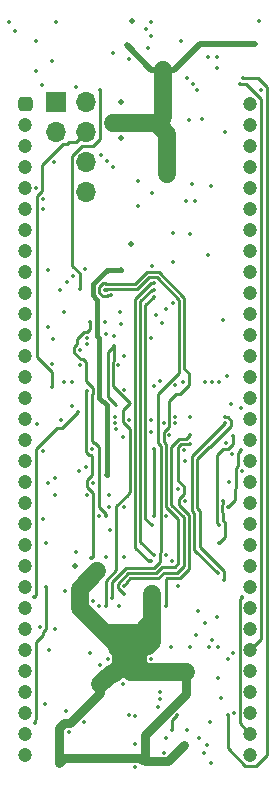
<source format=gbr>
G04 #@! TF.GenerationSoftware,KiCad,Pcbnew,(5.1.2)-1*
G04 #@! TF.CreationDate,2019-12-23T21:44:57-05:00*
G04 #@! TF.ProjectId,C64CPLA,43363443-504c-4412-9e6b-696361645f70,rev?*
G04 #@! TF.SameCoordinates,Original*
G04 #@! TF.FileFunction,Copper,L5,Inr*
G04 #@! TF.FilePolarity,Positive*
%FSLAX46Y46*%
G04 Gerber Fmt 4.6, Leading zero omitted, Abs format (unit mm)*
G04 Created by KiCad (PCBNEW (5.1.2)-1) date 2019-12-23 21:44:57*
%MOMM*%
%LPD*%
G04 APERTURE LIST*
%ADD10R,1.700000X1.700000*%
%ADD11O,1.700000X1.700000*%
%ADD12C,1.200000*%
%ADD13C,0.100000*%
%ADD14C,0.350000*%
%ADD15C,0.500000*%
%ADD16C,0.800000*%
%ADD17C,0.539000*%
%ADD18C,0.750000*%
%ADD19C,1.500000*%
%ADD20C,0.454000*%
%ADD21C,0.250000*%
%ADD22C,0.223000*%
%ADD23C,0.280000*%
G04 APERTURE END LIST*
D10*
X96583500Y-50673000D03*
D11*
X99123500Y-50673000D03*
X96583500Y-53213000D03*
X99123500Y-53213000D03*
X99123500Y-55753000D03*
X99123500Y-58293000D03*
D12*
X113030000Y-50800000D03*
D13*
G36*
X94309405Y-50201445D02*
G01*
X94338527Y-50205764D01*
X94367085Y-50212918D01*
X94394805Y-50222836D01*
X94421419Y-50235424D01*
X94446671Y-50250559D01*
X94470318Y-50268097D01*
X94492132Y-50287868D01*
X94511903Y-50309682D01*
X94529441Y-50333329D01*
X94544576Y-50358581D01*
X94557164Y-50385195D01*
X94567082Y-50412915D01*
X94574236Y-50441473D01*
X94578555Y-50470595D01*
X94580000Y-50500000D01*
X94580000Y-51100000D01*
X94578555Y-51129405D01*
X94574236Y-51158527D01*
X94567082Y-51187085D01*
X94557164Y-51214805D01*
X94544576Y-51241419D01*
X94529441Y-51266671D01*
X94511903Y-51290318D01*
X94492132Y-51312132D01*
X94470318Y-51331903D01*
X94446671Y-51349441D01*
X94421419Y-51364576D01*
X94394805Y-51377164D01*
X94367085Y-51387082D01*
X94338527Y-51394236D01*
X94309405Y-51398555D01*
X94280000Y-51400000D01*
X93680000Y-51400000D01*
X93650595Y-51398555D01*
X93621473Y-51394236D01*
X93592915Y-51387082D01*
X93565195Y-51377164D01*
X93538581Y-51364576D01*
X93513329Y-51349441D01*
X93489682Y-51331903D01*
X93467868Y-51312132D01*
X93448097Y-51290318D01*
X93430559Y-51266671D01*
X93415424Y-51241419D01*
X93402836Y-51214805D01*
X93392918Y-51187085D01*
X93385764Y-51158527D01*
X93381445Y-51129405D01*
X93380000Y-51100000D01*
X93380000Y-50500000D01*
X93381445Y-50470595D01*
X93385764Y-50441473D01*
X93392918Y-50412915D01*
X93402836Y-50385195D01*
X93415424Y-50358581D01*
X93430559Y-50333329D01*
X93448097Y-50309682D01*
X93467868Y-50287868D01*
X93489682Y-50268097D01*
X93513329Y-50250559D01*
X93538581Y-50235424D01*
X93565195Y-50222836D01*
X93592915Y-50212918D01*
X93621473Y-50205764D01*
X93650595Y-50201445D01*
X93680000Y-50200000D01*
X94280000Y-50200000D01*
X94309405Y-50201445D01*
X94309405Y-50201445D01*
G37*
D12*
X93980000Y-50800000D03*
X113030000Y-52578000D03*
X93980000Y-52578000D03*
X113030000Y-54356000D03*
X93980000Y-54356000D03*
X113030000Y-56134000D03*
X93980000Y-56134000D03*
X113030000Y-57912000D03*
X93980000Y-57912000D03*
X113030000Y-59690000D03*
X93980000Y-59690000D03*
X113030000Y-61468000D03*
X93980000Y-61468000D03*
X113030000Y-63246000D03*
X93980000Y-63246000D03*
X113030000Y-65024000D03*
X93980000Y-65024000D03*
X113030000Y-66802000D03*
X93980000Y-66802000D03*
X113030000Y-68580000D03*
X93980000Y-68580000D03*
X113030000Y-70358000D03*
X93980000Y-70358000D03*
X113030000Y-72136000D03*
X93980000Y-72136000D03*
X113030000Y-73914000D03*
X93980000Y-73914000D03*
X113030000Y-75692000D03*
X93980000Y-75692000D03*
X113030000Y-77470000D03*
X93980000Y-77470000D03*
X113030000Y-79248000D03*
X93980000Y-79248000D03*
X113030000Y-81026000D03*
X93980000Y-81026000D03*
X113030000Y-82804000D03*
X93980000Y-82804000D03*
X113030000Y-84582000D03*
X93980000Y-84582000D03*
X113030000Y-86360000D03*
X93980000Y-86360000D03*
X113030000Y-88138000D03*
X93980000Y-88138000D03*
X113030000Y-89916000D03*
X93980000Y-89916000D03*
X113030000Y-91694000D03*
X93980000Y-91694000D03*
X113030000Y-93472000D03*
X93980000Y-93472000D03*
X113030000Y-95250000D03*
X93980000Y-95250000D03*
X113030000Y-97028000D03*
X93980000Y-97028000D03*
X113030000Y-98806000D03*
X93980000Y-98806000D03*
X113030000Y-100584000D03*
X93980000Y-100584000D03*
X113030000Y-102362000D03*
X93980000Y-102362000D03*
X113030000Y-104140000D03*
X93980000Y-104140000D03*
X113030000Y-105918000D03*
X93980000Y-105918000D03*
D14*
X110299500Y-99441000D03*
X102235000Y-99885500D03*
X111379000Y-76200000D03*
X100330000Y-98298000D03*
X101854000Y-72898000D03*
X103505000Y-59436000D03*
X96266000Y-72834500D03*
X103505000Y-57340500D03*
X102732840Y-77543660D03*
X110553500Y-101092000D03*
X113792000Y-43766500D03*
D15*
X102997000Y-43830000D03*
X102933500Y-62674500D03*
D14*
X105981500Y-56769000D03*
X94899480Y-48008540D03*
X105633520Y-47922180D03*
X110744000Y-69088000D03*
X96329500Y-70675500D03*
X107569000Y-98869500D03*
X100330000Y-99949000D03*
X103759000Y-106426000D03*
X96837500Y-106616500D03*
X104711500Y-92265500D03*
X101663500Y-99314000D03*
X111061500Y-73850500D03*
X100330000Y-90868500D03*
X97282000Y-68453000D03*
X110871000Y-53213000D03*
X108966000Y-52070000D03*
X107823000Y-52197000D03*
X101155500Y-86868000D03*
X98552000Y-81915000D03*
X106490000Y-61721500D03*
X107590000Y-59034000D03*
X107315000Y-74358500D03*
X105671010Y-77843990D03*
X104644190Y-70610730D03*
D16*
X105092500Y-52451000D03*
X101155500Y-52451000D03*
D14*
X111506000Y-80454500D03*
X104711500Y-58356500D03*
X113432040Y-45765000D03*
X102537260Y-45847000D03*
X107442000Y-105092500D03*
D15*
X100882250Y-82188250D03*
X102108000Y-50673000D03*
X102108000Y-53657500D03*
X102108000Y-64833500D03*
X98171000Y-89916000D03*
D14*
X101536500Y-77343000D03*
X98298000Y-88773000D03*
X96202500Y-74739500D03*
X101536500Y-77851000D03*
X96393000Y-55753000D03*
X101663500Y-78359000D03*
X95440500Y-58864500D03*
X104711500Y-64516000D03*
X108045250Y-57562750D03*
X94903500Y-45507700D03*
X107124500Y-45466000D03*
X93054999Y-44604499D03*
X109474000Y-63627000D03*
X98996500Y-64770000D03*
X96266000Y-47180500D03*
X95186500Y-95059500D03*
X95440500Y-85979000D03*
X99441000Y-97282000D03*
X111093250Y-97821750D03*
X111093250Y-102520750D03*
X112395000Y-48577500D03*
X107632500Y-48577500D03*
X102743000Y-46990000D03*
X110236000Y-47752000D03*
X107886500Y-61785500D03*
X109474000Y-46863000D03*
X101409500Y-46489999D03*
X98593000Y-66443500D03*
X100330000Y-49657000D03*
X110236000Y-46863000D03*
X111252000Y-82804000D03*
X104635300Y-97790000D03*
X102755700Y-102514400D03*
X112141000Y-49085500D03*
X108140500Y-49085500D03*
X97625500Y-103949500D03*
X96456500Y-82486500D03*
X98298000Y-49339500D03*
X104330500Y-46101000D03*
X96583500Y-43878500D03*
X104584500Y-45085000D03*
X97453500Y-102171500D03*
X95885000Y-82867500D03*
X104203500Y-44450000D03*
X95405002Y-49177002D03*
X99631500Y-80010000D03*
X104902000Y-85725000D03*
X104902000Y-80010000D03*
X99187000Y-70612000D03*
X92554998Y-43850498D03*
X104612502Y-43850498D03*
X106680000Y-77343000D03*
X105918000Y-85725000D03*
X106680000Y-77843001D03*
X101981000Y-68389500D03*
X104648000Y-77533500D03*
X102362000Y-72136000D03*
X102362000Y-74993500D03*
X94996000Y-77914500D03*
X96964500Y-77533500D03*
X99123500Y-81534000D03*
X96520000Y-95250000D03*
X96520000Y-83947000D03*
X99173000Y-83947000D03*
X101028500Y-83947000D03*
X101028500Y-84963000D03*
X100203000Y-85661500D03*
X98940999Y-103144699D03*
X109643801Y-103144699D03*
X100393500Y-55118000D03*
X102362000Y-89154000D03*
X100774500Y-70294500D03*
X95885000Y-69659500D03*
X95885000Y-64833500D03*
X104648000Y-89535000D03*
X104838500Y-65976500D03*
X105854500Y-104457500D03*
X98044000Y-65341500D03*
X104838500Y-89027000D03*
X104838500Y-66548000D03*
X105346500Y-101155500D03*
X97472500Y-65849500D03*
X104711500Y-86487000D03*
X104838500Y-67119500D03*
X109388000Y-105115000D03*
X109494320Y-96774000D03*
X96901000Y-66548000D03*
X110680500Y-84455000D03*
X95440500Y-59690000D03*
X110331250Y-87979250D03*
X95726250Y-87979250D03*
X107378500Y-80137000D03*
X95440500Y-80200500D03*
X94905001Y-57939499D03*
X110921500Y-79515000D03*
X111594900Y-102362000D03*
X100971350Y-97783650D03*
X95636510Y-101657990D03*
X105219500Y-101854000D03*
X111569500Y-97282000D03*
X105918000Y-68135500D03*
X101473000Y-70421500D03*
X98417001Y-76919199D03*
X94678500Y-92583000D03*
X99192459Y-71178041D03*
X109664500Y-57785000D03*
X108331000Y-58991500D03*
X105029000Y-68643500D03*
X101473000Y-71310500D03*
X100774500Y-93281500D03*
X102298500Y-84963000D03*
X105537000Y-69342000D03*
X102108000Y-69405500D03*
X107505500Y-84455000D03*
X110340000Y-74318000D03*
X109791500Y-74358500D03*
X106870500Y-83439000D03*
X104860090Y-74697590D03*
X112268000Y-76581000D03*
X112268000Y-80137000D03*
X111125000Y-84963000D03*
X109093000Y-105727500D03*
X107505500Y-81026000D03*
X109220000Y-74358500D03*
X105410000Y-74295000D03*
X103255701Y-102611299D03*
X100203000Y-93281500D03*
X110761401Y-91079699D03*
X110871000Y-77343000D03*
X106680000Y-74612500D03*
X103251000Y-104965500D03*
X104648000Y-78549500D03*
X107942500Y-77350500D03*
X111569500Y-78930500D03*
X110363000Y-86487000D03*
X110248700Y-96761300D03*
X107886500Y-96774000D03*
X107632500Y-103822500D03*
X110871000Y-77851000D03*
X99695000Y-92925900D03*
X110261400Y-90563700D03*
X105867200Y-93332300D03*
X107886500Y-79629000D03*
X102336600Y-91592400D03*
X101930200Y-93306900D03*
X107886500Y-78867000D03*
X100711000Y-66548000D03*
X101274501Y-92677359D03*
X100901500Y-55626000D03*
X101219000Y-66992500D03*
X102328549Y-92324351D03*
X101409500Y-56134000D03*
X98615500Y-72898000D03*
X98615500Y-71628000D03*
X102235000Y-78994000D03*
X97917000Y-74358500D03*
X97917000Y-76390500D03*
X97282000Y-74358500D03*
X99695000Y-82931000D03*
X112331500Y-81915000D03*
X99441000Y-69278500D03*
X100774500Y-85661500D03*
X100774500Y-89154000D03*
X109664500Y-106616500D03*
X105854500Y-89027000D03*
X103281990Y-106964990D03*
X106418999Y-103815499D03*
X106359960Y-89535000D03*
X106832210Y-102590790D03*
X94767400Y-103251000D03*
X95686501Y-91698701D03*
X100711000Y-69278500D03*
X106489500Y-67627500D03*
X106934000Y-91630500D03*
X108585000Y-93726000D03*
X110236000Y-94234000D03*
X109220000Y-94742000D03*
X106489500Y-64198500D03*
X108465999Y-49674401D03*
X113955001Y-49620999D03*
X108641000Y-104465000D03*
X108376720Y-95758000D03*
X106172000Y-78867000D03*
X105346500Y-100584000D03*
X97345500Y-92075000D03*
X96012000Y-97028000D03*
X109748699Y-96223199D03*
X105727500Y-105727500D03*
X106326511Y-96771889D03*
X112331500Y-92583000D03*
X99194620Y-75087480D03*
X99504500Y-89281000D03*
D17*
X104612440Y-47922180D02*
X105633520Y-47922180D01*
X102537260Y-45847000D02*
X104612440Y-47922180D01*
X105633520Y-47922180D02*
X106573320Y-47922180D01*
X108730500Y-45765000D02*
X113432040Y-45765000D01*
X106573320Y-47922180D02*
X108730500Y-45765000D01*
D18*
X101663500Y-99314000D02*
X102108000Y-98869500D01*
X103409750Y-98393250D02*
X103886000Y-98869500D01*
X103409750Y-97567750D02*
X103409750Y-98393250D01*
X103886000Y-98869500D02*
X107569000Y-98869500D01*
X102108000Y-98869500D02*
X103886000Y-98869500D01*
X101663500Y-99314000D02*
X103409750Y-97567750D01*
D19*
X104376001Y-96664999D02*
X103790499Y-96664999D01*
X104711500Y-96329500D02*
X104376001Y-96664999D01*
X101226001Y-99052999D02*
X101402499Y-99052999D01*
X100330000Y-99949000D02*
X101226001Y-99052999D01*
X102654751Y-98640249D02*
X101815249Y-98640249D01*
X102929503Y-98915001D02*
X102654751Y-98640249D01*
X105220802Y-98869500D02*
X105175301Y-98915001D01*
X107569000Y-98869500D02*
X105220802Y-98869500D01*
X101815249Y-98640249D02*
X101402499Y-99052999D01*
D17*
X102989999Y-97465499D02*
X103180499Y-97465499D01*
D19*
X102989999Y-97465499D02*
X101815249Y-98640249D01*
X103790499Y-96664999D02*
X102989999Y-97465499D01*
D17*
X104630001Y-98915001D02*
X104820501Y-98915001D01*
D19*
X105175301Y-98915001D02*
X104820501Y-98915001D01*
X104820501Y-98915001D02*
X102929503Y-98915001D01*
D17*
X103790499Y-98075499D02*
X103822500Y-98107500D01*
X103180499Y-97465499D02*
X103822500Y-98107500D01*
X103990799Y-97480639D02*
X104325939Y-97145499D01*
X103990799Y-97685201D02*
X103990799Y-97480639D01*
X103918001Y-97757999D02*
X103990799Y-97685201D01*
X103790499Y-97757999D02*
X103918001Y-97757999D01*
X103790499Y-96664999D02*
X103790499Y-97757999D01*
X103790499Y-98075499D02*
X104013000Y-98298000D01*
X103790499Y-97757999D02*
X103790499Y-98075499D01*
X103822500Y-98107500D02*
X104013000Y-98298000D01*
X104013000Y-98298000D02*
X104630001Y-98915001D01*
D18*
X103885299Y-98170299D02*
X104013000Y-98298000D01*
X103885299Y-97155701D02*
X103885299Y-98170299D01*
X104376001Y-96664999D02*
X103885299Y-97155701D01*
D19*
X100035105Y-90383105D02*
X99939855Y-90478355D01*
X98569999Y-91848211D02*
X100035105Y-90383105D01*
X98569999Y-93465901D02*
X98569999Y-91848211D01*
X102989999Y-97465499D02*
X102183149Y-96658649D01*
X102183149Y-96658649D02*
X101762747Y-96658649D01*
X102096351Y-98359147D02*
X101815249Y-98640249D01*
X102096351Y-97243649D02*
X102096351Y-98359147D01*
X101762747Y-96910045D02*
X102096351Y-97243649D01*
X101762747Y-96658649D02*
X101762747Y-96910045D01*
X103739299Y-95587201D02*
X104711500Y-94615000D01*
X100691299Y-95587201D02*
X103739299Y-95587201D01*
X104711500Y-94615000D02*
X104711500Y-96329500D01*
X104711500Y-92265500D02*
X104711500Y-94615000D01*
X100691299Y-95587201D02*
X98569999Y-93465901D01*
X101762747Y-96658649D02*
X100691299Y-95587201D01*
D18*
X106056999Y-106477501D02*
X104064501Y-106477501D01*
X107442000Y-105092500D02*
X106056999Y-106477501D01*
X107569000Y-99116987D02*
X107569000Y-98869500D01*
X107569000Y-100743998D02*
X107569000Y-99116987D01*
X104064501Y-104248497D02*
X107569000Y-100743998D01*
X104064501Y-106477501D02*
X104064501Y-104248497D01*
X103641991Y-106214989D02*
X103806001Y-106378999D01*
X96837500Y-106616500D02*
X97239011Y-106214989D01*
X97239011Y-106214989D02*
X103641991Y-106214989D01*
X100330000Y-100196487D02*
X100330000Y-99949000D01*
X100330000Y-100645696D02*
X100330000Y-100196487D01*
X97776197Y-103199499D02*
X100330000Y-100645696D01*
X97265499Y-103199499D02*
X97776197Y-103199499D01*
X96837500Y-103627498D02*
X97265499Y-103199499D01*
X96837500Y-106616500D02*
X96837500Y-103627498D01*
D19*
X105633520Y-51909980D02*
X105092500Y-52451000D01*
X105633520Y-47922180D02*
X105633520Y-51909980D01*
X105092500Y-52451000D02*
X101405010Y-52451000D01*
X105981500Y-53340000D02*
X105092500Y-52451000D01*
X105981500Y-56769000D02*
X105981500Y-53340000D01*
D20*
X100246631Y-75690791D02*
X100246631Y-70909631D01*
X100882250Y-82188250D02*
X100882250Y-76326410D01*
X100882250Y-76326410D02*
X100246631Y-75690791D01*
X99658989Y-67016651D02*
X99658990Y-66079348D01*
X100043001Y-67400663D02*
X99658989Y-67016651D01*
X100043001Y-70453963D02*
X100043001Y-67400663D01*
X100246631Y-70909631D02*
X100246631Y-70657593D01*
X100246631Y-70657593D02*
X100043001Y-70453963D01*
X99658990Y-66079348D02*
X100777838Y-64960500D01*
X100777838Y-64960500D02*
X100881430Y-64960500D01*
X100904838Y-64833500D02*
X102108000Y-64833500D01*
X100777838Y-64960500D02*
X100904838Y-64833500D01*
D21*
X96202500Y-73511002D02*
X96202500Y-74739500D01*
X94940499Y-72249001D02*
X96202500Y-73511002D01*
X95405002Y-58179500D02*
X94940499Y-58644003D01*
X94940499Y-58644003D02*
X94940499Y-72249001D01*
X98273501Y-54062999D02*
X97638501Y-54062999D01*
X97638501Y-54062999D02*
X97472500Y-54229000D01*
X97472500Y-54229000D02*
X97176998Y-54229000D01*
X97176998Y-54229000D02*
X95405002Y-56000996D01*
X99123500Y-53213000D02*
X98273501Y-54062999D01*
X95405002Y-56000996D02*
X95405002Y-58179500D01*
X113474001Y-106843001D02*
X114405011Y-105911991D01*
X112585999Y-106843001D02*
X113474001Y-106843001D01*
X111094899Y-105351901D02*
X112585999Y-106843001D01*
X111093250Y-102520750D02*
X111094899Y-102522399D01*
X111094899Y-102522399D02*
X111094899Y-105351901D01*
X114405011Y-105911991D02*
X114405011Y-96289399D01*
X114405011Y-96289399D02*
X114405011Y-51430401D01*
X114455002Y-49380998D02*
X113651504Y-48577500D01*
X114455002Y-49861000D02*
X114455002Y-49380998D01*
X114405011Y-51430401D02*
X114405011Y-49910991D01*
X114405011Y-49910991D02*
X114455002Y-49861000D01*
X113651504Y-48577500D02*
X112776000Y-48577500D01*
X112776000Y-48577500D02*
X112395000Y-48577500D01*
X99687501Y-54388001D02*
X100330000Y-53745502D01*
X98749497Y-54388001D02*
X99687501Y-54388001D01*
X97948499Y-55188999D02*
X98749497Y-54388001D01*
X97948499Y-64505997D02*
X97948499Y-55188999D01*
X98593000Y-66443500D02*
X98593000Y-65150498D01*
X98593000Y-65150498D02*
X97948499Y-64505997D01*
X100330000Y-53745502D02*
X100330000Y-49657000D01*
X100330000Y-49657000D02*
X100330000Y-49657000D01*
X113955001Y-96102999D02*
X113955001Y-51244001D01*
X113030000Y-97028000D02*
X113955001Y-96102999D01*
X113955001Y-50361001D02*
X112679500Y-49085500D01*
X113955001Y-51244001D02*
X113955001Y-50361001D01*
X112679500Y-49085500D02*
X112141000Y-49085500D01*
X112141000Y-49085500D02*
X112141000Y-49085500D01*
X104902000Y-85725000D02*
X104902000Y-80010000D01*
X104902000Y-80010000D02*
X104902000Y-80010000D01*
X104838500Y-65976500D02*
X104838500Y-65976500D01*
X104605088Y-65976500D02*
X104838500Y-65976500D01*
X103239980Y-67341608D02*
X104605088Y-65976500D01*
X103239980Y-88374467D02*
X103239980Y-67341608D01*
X104648000Y-89535000D02*
X104400513Y-89535000D01*
X104400513Y-89535000D02*
X103239980Y-88374467D01*
X103689990Y-87878490D02*
X104838500Y-89027000D01*
X103689990Y-77951902D02*
X103689990Y-87878490D01*
X103689992Y-67528006D02*
X104669998Y-66548000D01*
X103689990Y-77951902D02*
X103689992Y-67528006D01*
X104669998Y-66548000D02*
X104838500Y-66548000D01*
X104838500Y-66548000D02*
X104838500Y-66548000D01*
X104838500Y-67119500D02*
X104838500Y-67119500D01*
X104140000Y-67818000D02*
X104838500Y-67119500D01*
X104711500Y-86487000D02*
X104140000Y-85915500D01*
X104140000Y-85915500D02*
X104140000Y-67818000D01*
D22*
X110680500Y-84702487D02*
X110617000Y-84765987D01*
X110680500Y-84455000D02*
X110680500Y-84702487D01*
X110617000Y-84765987D02*
X110617000Y-85280500D01*
X110617000Y-85280500D02*
X110617000Y-85344000D01*
X110617000Y-85344000D02*
X110744000Y-85471000D01*
D21*
X110863001Y-86246999D02*
X110863001Y-87447499D01*
X110744000Y-85471000D02*
X110744000Y-86127998D01*
X110744000Y-86127998D02*
X110863001Y-86246999D01*
X110863001Y-87447499D02*
X110331250Y-87979250D01*
X94905001Y-92356499D02*
X94678500Y-92583000D01*
X94905001Y-79995997D02*
X94905001Y-92356499D01*
X96676997Y-78224001D02*
X94905001Y-79995997D01*
X98417001Y-76919199D02*
X97112199Y-78224001D01*
X97112199Y-78224001D02*
X96676997Y-78224001D01*
X101655501Y-76319001D02*
X100965000Y-75628500D01*
X100965000Y-71818500D02*
X101473000Y-71310500D01*
X100965000Y-75628500D02*
X100965000Y-71818500D01*
X101353999Y-72657999D02*
X101473000Y-72538998D01*
X101353999Y-74725501D02*
X101353999Y-72657999D01*
X101473000Y-72538998D02*
X101473000Y-71310500D01*
X102789970Y-76161472D02*
X101353999Y-74725501D01*
X102232839Y-76718603D02*
X102789970Y-76161472D01*
X102232839Y-77783661D02*
X102232839Y-76718603D01*
X102789970Y-78340792D02*
X102232839Y-77783661D01*
X100774500Y-91164002D02*
X101655501Y-90283001D01*
X100774500Y-93281500D02*
X100774500Y-91164002D01*
X101655501Y-84865997D02*
X102637998Y-83883500D01*
X102789970Y-83709530D02*
X102789970Y-78340792D01*
X102637998Y-83883500D02*
X102637998Y-83861502D01*
X101655501Y-90283001D02*
X101655501Y-84865997D01*
X102637998Y-83861502D02*
X102789970Y-83709530D01*
X111752001Y-83383499D02*
X111752001Y-84335999D01*
X111752001Y-84335999D02*
X111125000Y-84963000D01*
X111831499Y-83304001D02*
X111831499Y-81674999D01*
X111752001Y-83383499D02*
X111831499Y-83304001D01*
X111831499Y-81674999D02*
X112014000Y-81492498D01*
X112014000Y-80391000D02*
X112268000Y-80137000D01*
X112014000Y-81492498D02*
X112014000Y-80391000D01*
X110761401Y-91079699D02*
X110761401Y-91092399D01*
X111111001Y-77350999D02*
X110878999Y-77350999D01*
X111379000Y-77618998D02*
X111111001Y-77350999D01*
X111379000Y-78083002D02*
X111379000Y-77618998D01*
X109579002Y-79883000D02*
X111379000Y-78083002D01*
X110761401Y-91079699D02*
X110761401Y-90323699D01*
X109537500Y-79883000D02*
X109579002Y-79883000D01*
X110761401Y-90323699D02*
X108728529Y-88290827D01*
X108728529Y-88290827D02*
X108728529Y-85249889D01*
X108728529Y-85249889D02*
X108527010Y-85048370D01*
X108527010Y-85048370D02*
X108527010Y-80893490D01*
X110878999Y-77350999D02*
X110871000Y-77343000D01*
X108527010Y-80893490D02*
X109537500Y-79883000D01*
X110363000Y-86487000D02*
X110363000Y-86487000D01*
X110243999Y-86367999D02*
X110363000Y-86487000D01*
X111569500Y-79607002D02*
X111161501Y-80015001D01*
X111569500Y-78930500D02*
X111569500Y-79607002D01*
X111161501Y-80015001D02*
X110681499Y-80015001D01*
X110681499Y-80015001D02*
X110180499Y-80516001D01*
X110180499Y-80516001D02*
X110180499Y-86304499D01*
X110180499Y-86304499D02*
X110243999Y-86367999D01*
X108278519Y-88580819D02*
X110261400Y-90563700D01*
X108278519Y-85436289D02*
X108278519Y-88580819D01*
X108077000Y-85234768D02*
X108278519Y-85436289D01*
X110871000Y-77851000D02*
X108077000Y-80645000D01*
X108077000Y-80645000D02*
X108077000Y-85234768D01*
X107146498Y-79629000D02*
X107886500Y-79629000D01*
X107370501Y-83198999D02*
X106878499Y-82706997D01*
X107370501Y-83849997D02*
X107370501Y-83198999D01*
X106997500Y-84222998D02*
X107370501Y-83849997D01*
X106997500Y-84791678D02*
X106997500Y-84222998D01*
X106878499Y-79896999D02*
X107146498Y-79629000D01*
X105867200Y-91033600D02*
X105965779Y-90935021D01*
X105867200Y-93332300D02*
X105867200Y-91033600D01*
X106878499Y-82706997D02*
X106878499Y-79896999D01*
X107038801Y-90935021D02*
X107828509Y-90145313D01*
X107828509Y-90145313D02*
X107828510Y-85622688D01*
X105965779Y-90935021D02*
X107038801Y-90935021D01*
X107828510Y-85622688D02*
X106997500Y-84791678D01*
X107574510Y-79178990D02*
X107886500Y-78867000D01*
X106960098Y-79178990D02*
X107574510Y-79178990D01*
X106318019Y-79821069D02*
X106960098Y-79178990D01*
X106318019Y-84748607D02*
X106318019Y-79821069D01*
X107378500Y-85809088D02*
X106318019Y-84748607D01*
X106852401Y-90485011D02*
X107378500Y-89958912D01*
X102336600Y-91541600D02*
X102543616Y-91334584D01*
X102336600Y-91592400D02*
X102336600Y-91541600D01*
X107378500Y-89958912D02*
X107378500Y-85809088D01*
X102543616Y-91334584D02*
X102543616Y-91304116D01*
X102543616Y-91304116D02*
X102861532Y-90986200D01*
X102861532Y-90986200D02*
X105217510Y-90986200D01*
X105718699Y-90485011D02*
X106852401Y-90485011D01*
X105217510Y-90986200D02*
X105718699Y-90485011D01*
X101274501Y-91300411D02*
X101274501Y-92677359D01*
X105078501Y-65476499D02*
X106989501Y-67387499D01*
X105417999Y-79785997D02*
X105417999Y-88723499D01*
X103460678Y-66484500D02*
X104468679Y-65476499D01*
X100843103Y-66484500D02*
X103460678Y-66484500D01*
X100779603Y-66548000D02*
X100843103Y-66484500D01*
X104836822Y-90086180D02*
X102488732Y-90086180D01*
X100711000Y-66548000D02*
X100779603Y-66548000D01*
X106989501Y-67387499D02*
X106989501Y-73562997D01*
X106989501Y-73562997D02*
X105171009Y-75381489D01*
X105171009Y-75381489D02*
X105171009Y-79539007D01*
X105417999Y-88723499D02*
X105338501Y-88802997D01*
X105171009Y-79539007D02*
X105417999Y-79785997D01*
X104468679Y-65476499D02*
X105078501Y-65476499D01*
X105338501Y-88802997D02*
X105338501Y-89584501D01*
X105338501Y-89584501D02*
X104836822Y-90086180D01*
X102488732Y-90086180D02*
X101274501Y-91300411D01*
X102328549Y-92324351D02*
X102336600Y-92332402D01*
X100971513Y-66992500D02*
X101219000Y-66992500D01*
X100882613Y-67081400D02*
X100971513Y-66992500D01*
X100607990Y-66014600D02*
X100504398Y-66014600D01*
X100504398Y-67081400D02*
X100882613Y-67081400D01*
X107439511Y-67201099D02*
X105264902Y-65026490D01*
X107439511Y-73215500D02*
X107439511Y-67201099D01*
X107815001Y-74598501D02*
X107815001Y-73590990D01*
X100504398Y-66014600D02*
X100210999Y-66307999D01*
X107039002Y-75374500D02*
X107815001Y-74598501D01*
X106743500Y-75374500D02*
X107039002Y-75374500D01*
X106171011Y-75946989D02*
X106743500Y-75374500D01*
X105023222Y-90536190D02*
X105366552Y-90192860D01*
X101774502Y-91436820D02*
X102675132Y-90536190D01*
X102675132Y-90536190D02*
X105023222Y-90536190D01*
X102328549Y-92324351D02*
X101774502Y-91770304D01*
X101774502Y-91770304D02*
X101774502Y-91436820D01*
X105374440Y-90192860D02*
X105532299Y-90035001D01*
X105671999Y-78626999D02*
X106171011Y-78127987D01*
X105366552Y-90192860D02*
X105374440Y-90192860D01*
X105532299Y-90035001D02*
X106599961Y-90035001D01*
X106599961Y-90035001D02*
X106928490Y-89706472D01*
X100210999Y-66307999D02*
X100210999Y-66788001D01*
X107815001Y-73590990D02*
X107439511Y-73215500D01*
X106171011Y-78127987D02*
X106171011Y-75946989D01*
X100210999Y-66788001D02*
X100504398Y-67081400D01*
X106928490Y-89706472D02*
X106928490Y-85995488D01*
X106928490Y-85995488D02*
X105868009Y-84935007D01*
X105868009Y-79599597D02*
X105671999Y-79403587D01*
X105868009Y-84935007D02*
X105868009Y-79599597D01*
X105671999Y-79403587D02*
X105671999Y-78626999D01*
X100749100Y-66014600D02*
X100768990Y-66034490D01*
X100504398Y-66014600D02*
X100749100Y-66014600D01*
X104282278Y-65026490D02*
X105264902Y-65026490D01*
X103274278Y-66034490D02*
X104282278Y-65026490D01*
X100768990Y-66034490D02*
X103274278Y-66034490D01*
X100774500Y-85661500D02*
X100774500Y-85661500D01*
X99441000Y-69850000D02*
X99441000Y-69278500D01*
X99179001Y-70111999D02*
X99441000Y-69850000D01*
X98946999Y-70111999D02*
X99179001Y-70111999D01*
X98115499Y-71868001D02*
X98115499Y-71387999D01*
X99694621Y-74847479D02*
X99123500Y-74276358D01*
X99863502Y-79502000D02*
X99758500Y-79502000D01*
X100195001Y-79833499D02*
X99863502Y-79502000D01*
X100195001Y-84913499D02*
X100195001Y-79833499D01*
X100774500Y-85661500D02*
X100774500Y-85492998D01*
X99758500Y-79502000D02*
X99581509Y-79325009D01*
X100774500Y-85492998D02*
X100195001Y-84913499D01*
X99581509Y-79325009D02*
X99581509Y-76678597D01*
X98115499Y-71387999D02*
X98375499Y-71127999D01*
X99581509Y-76678597D02*
X99573510Y-76670598D01*
X99573510Y-76670598D02*
X99573510Y-75448592D01*
X98375499Y-71127999D02*
X98375499Y-70683499D01*
X99573510Y-75448592D02*
X99694621Y-75327481D01*
X99123500Y-74276358D02*
X99123500Y-72665998D01*
X99694621Y-75327481D02*
X99694621Y-74847479D01*
X99123500Y-72665998D02*
X98855501Y-72397999D01*
X98375499Y-70683499D02*
X98946999Y-70111999D01*
X98855501Y-72397999D02*
X98645497Y-72397999D01*
X98645497Y-72397999D02*
X98115499Y-71868001D01*
D23*
X106418999Y-103815499D02*
X106418999Y-103815499D01*
D21*
X106418999Y-103004001D02*
X106832210Y-102590790D01*
X106418999Y-103815499D02*
X106418999Y-103004001D01*
X94905001Y-102865912D02*
X94905001Y-96352801D01*
X94767400Y-103251000D02*
X94767400Y-103003513D01*
X94767400Y-103003513D02*
X94905001Y-102865912D01*
X95453200Y-95532802D02*
X95686501Y-95299501D01*
X94905001Y-96352801D02*
X95453200Y-95804602D01*
X95453200Y-95804602D02*
X95453200Y-95532802D01*
X95686501Y-95299501D02*
X95686501Y-91905199D01*
X95686501Y-91905199D02*
X95686501Y-91698701D01*
X95686501Y-91698701D02*
X95686501Y-91698701D01*
X99695000Y-89154000D02*
X99695000Y-89154000D01*
X113030000Y-104140000D02*
X112104999Y-103214999D01*
X112104999Y-103214999D02*
X112104999Y-93000000D01*
X112104999Y-93000000D02*
X112105000Y-93000000D01*
X112331500Y-92583000D02*
X112331500Y-92583000D01*
X112104999Y-92809501D02*
X112331500Y-92583000D01*
X112104999Y-93000000D02*
X112104999Y-92809501D01*
X99123500Y-76856998D02*
X99123500Y-75158600D01*
X99131499Y-80250001D02*
X99131499Y-76864997D01*
X99391499Y-80510001D02*
X99131499Y-80250001D01*
X99123500Y-75158600D02*
X99194620Y-75087480D01*
X99537141Y-80510001D02*
X99391499Y-80510001D01*
X99695000Y-83728998D02*
X99194999Y-83228997D01*
X99695000Y-89154000D02*
X99695000Y-83728998D01*
X99194999Y-83228997D02*
X99194999Y-82690999D01*
X99194999Y-82690999D02*
X99623501Y-82262497D01*
X99623501Y-82262497D02*
X99623501Y-80596361D01*
X99131499Y-76864997D02*
X99123500Y-76856998D01*
X99623501Y-80596361D02*
X99537141Y-80510001D01*
X99568000Y-89281000D02*
X99695000Y-89154000D01*
X99504500Y-89281000D02*
X99568000Y-89281000D01*
M02*

</source>
